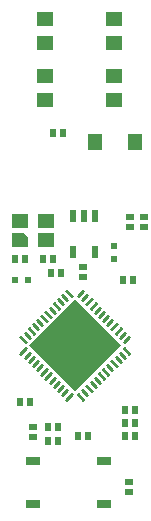
<source format=gtp>
G04 Layer: TopPasteMaskLayer*
G04 EasyEDA v6.3.22, 2020-03-24T16:00:13+09:00*
G04 d7f5250073f14fcc9ce3ff4b1d3fcb3e,67344a67363949849f01d11c0c7cf016,10*
G04 Gerber Generator version 0.2*
G04 Scale: 100 percent, Rotated: No, Reflected: No *
G04 Dimensions in inches *
G04 leading zeros omitted , absolute positions ,2 integer and 4 decimal *
%FSLAX24Y24*%
%MOIN*%
G90*
G70D02*

%ADD15C,0.011024*%
%ADD17R,0.025590X0.023620*%
%ADD18R,0.023620X0.025590*%
%ADD19R,0.055118X0.045276*%
%ADD20R,0.047244X0.055118*%
%ADD21R,0.057087X0.045670*%
%ADD22R,0.021654X0.039370*%
%ADD23R,0.023622X0.019685*%
%ADD24R,0.019685X0.023622*%
%ADD25R,0.051181X0.027559*%

%LPD*%
G54D15*
G01X3079Y8882D02*
G01X3251Y8709D01*
G01X2939Y8743D02*
G01X3112Y8570D01*
G01X2800Y8603D02*
G01X2973Y8431D01*
G01X2661Y8464D02*
G01X2833Y8291D01*
G01X2521Y8325D02*
G01X2694Y8152D01*
G01X2382Y8185D02*
G01X2555Y8013D01*
G01X2244Y8047D02*
G01X2416Y7874D01*
G01X2104Y7907D02*
G01X2277Y7735D01*
G01X1965Y7768D02*
G01X2138Y7596D01*
G01X1826Y7629D02*
G01X1998Y7456D01*
G01X1686Y7490D02*
G01X1859Y7317D01*
G01X1547Y7350D02*
G01X1720Y7178D01*
G01X1720Y6961D02*
G01X1547Y6789D01*
G01X1859Y6822D02*
G01X1686Y6649D01*
G01X1998Y6683D02*
G01X1826Y6510D01*
G01X2138Y6543D02*
G01X1965Y6371D01*
G01X2277Y6404D02*
G01X2104Y6232D01*
G01X2416Y6265D02*
G01X2244Y6092D01*
G01X2555Y6126D02*
G01X2382Y5954D01*
G01X2694Y5987D02*
G01X2521Y5814D01*
G01X2833Y5848D02*
G01X2661Y5675D01*
G01X2973Y5708D02*
G01X2800Y5536D01*
G01X3112Y5569D02*
G01X2939Y5396D01*
G01X3251Y5430D02*
G01X3079Y5257D01*
G01X3468Y5430D02*
G01X3640Y5257D01*
G01X3607Y5569D02*
G01X3779Y5396D01*
G01X3746Y5708D02*
G01X3919Y5536D01*
G01X3885Y5848D02*
G01X4058Y5675D01*
G01X4025Y5987D02*
G01X4197Y5814D01*
G01X4164Y6126D02*
G01X4337Y5954D01*
G01X4303Y6265D02*
G01X4475Y6092D01*
G01X4442Y6404D02*
G01X4615Y6232D01*
G01X4581Y6543D02*
G01X4754Y6371D01*
G01X4721Y6683D02*
G01X4893Y6510D01*
G01X4860Y6822D02*
G01X5032Y6649D01*
G01X4999Y6961D02*
G01X5172Y6789D01*
G01X5172Y7350D02*
G01X4999Y7178D01*
G01X5032Y7490D02*
G01X4860Y7317D01*
G01X4893Y7629D02*
G01X4721Y7456D01*
G01X4754Y7768D02*
G01X4581Y7596D01*
G01X4615Y7907D02*
G01X4442Y7735D01*
G01X4475Y8047D02*
G01X4303Y7874D01*
G01X4337Y8185D02*
G01X4164Y8013D01*
G01X4197Y8325D02*
G01X4025Y8152D01*
G01X4058Y8464D02*
G01X3885Y8291D01*
G01X3919Y8603D02*
G01X3746Y8431D01*
G01X3779Y8743D02*
G01X3607Y8570D01*
G01X3640Y8882D02*
G01X3468Y8709D01*
G54D17*
G01X3619Y9686D03*
G01X3619Y9353D03*
G01X5209Y11346D03*
G01X5209Y11013D03*
G54D18*
G01X5369Y4040D03*
G01X5035Y4040D03*
G01X5369Y4469D03*
G01X5035Y4469D03*
G54D17*
G01X5149Y2500D03*
G01X5149Y2165D03*
G54D18*
G01X5366Y4900D03*
G01X5032Y4900D03*
G54D19*
G01X2403Y11215D03*
G36*
G01X1261Y10811D02*
G01X1669Y10811D01*
G01X1812Y10662D01*
G01X1812Y10358D01*
G01X1261Y10358D01*
G01X1261Y10811D01*
G37*
G01X1536Y11215D03*
G01X2403Y10584D03*
G54D18*
G01X2954Y14150D03*
G01X2620Y14150D03*
G54D20*
G01X4030Y13850D03*
G01X5369Y13850D03*
G54D18*
G01X1535Y5180D03*
G01X1869Y5180D03*
G54D21*
G01X2349Y15250D03*
G01X2349Y16050D03*
G01X4649Y17140D03*
G01X4649Y17940D03*
G01X2349Y17140D03*
G01X2349Y17940D03*
G01X4649Y15250D03*
G01X4649Y16050D03*
G54D22*
G01X4033Y10189D03*
G01X3285Y10189D03*
G01X3285Y11370D03*
G01X3659Y11370D03*
G01X4033Y11370D03*
G54D18*
G01X5289Y9259D03*
G01X4955Y9259D03*
G01X2312Y9950D03*
G01X2646Y9950D03*
G01X1696Y9950D03*
G01X1362Y9950D03*
G54D23*
G01X1373Y9230D03*
G01X1806Y9230D03*
G54D24*
G01X4659Y10366D03*
G01X4659Y9933D03*
G54D18*
G01X2562Y9490D03*
G01X2896Y9490D03*
G54D17*
G01X5649Y11013D03*
G01X5649Y11346D03*
G01X1969Y4340D03*
G01X1969Y4005D03*
G54D18*
G01X2809Y3880D03*
G01X2475Y3880D03*
G01X2809Y4340D03*
G01X2475Y4340D03*
G01X3479Y4050D03*
G01X3813Y4050D03*
G54D25*
G01X1968Y3218D03*
G01X4331Y3218D03*
G01X1968Y1761D03*
G01X4331Y1761D03*
G36*
G01X3359Y8601D02*
G01X4891Y7069D01*
G01X3359Y5538D01*
G01X1828Y7069D01*
G01X3359Y8601D01*
G37*
M00*
M02*

</source>
